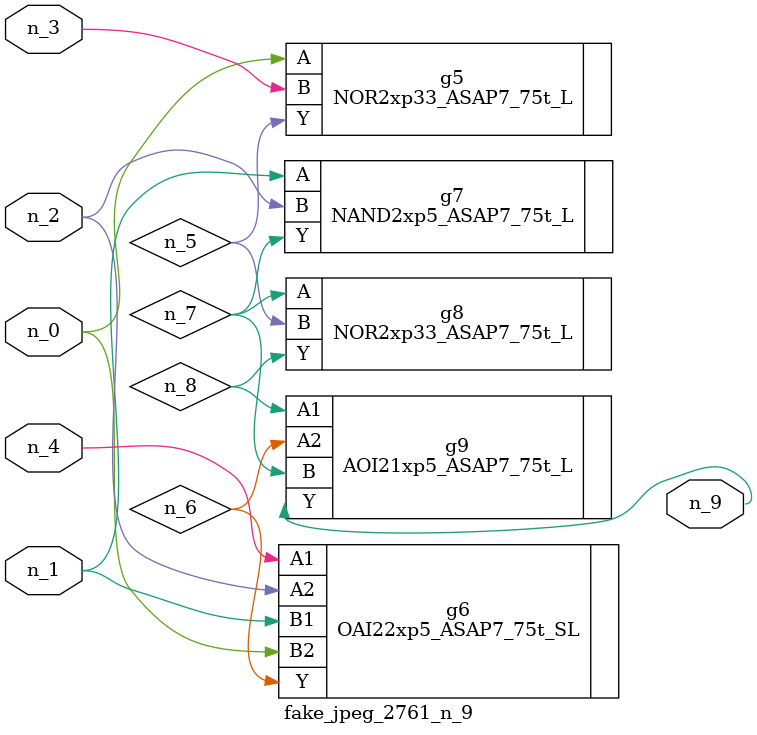
<source format=v>
module fake_jpeg_2761_n_9 (n_3, n_2, n_1, n_0, n_4, n_9);

input n_3;
input n_2;
input n_1;
input n_0;
input n_4;

output n_9;

wire n_8;
wire n_6;
wire n_5;
wire n_7;

NOR2xp33_ASAP7_75t_L g5 ( 
.A(n_0),
.B(n_3),
.Y(n_5)
);

OAI22xp5_ASAP7_75t_SL g6 ( 
.A1(n_4),
.A2(n_2),
.B1(n_1),
.B2(n_0),
.Y(n_6)
);

NAND2xp5_ASAP7_75t_L g7 ( 
.A(n_1),
.B(n_2),
.Y(n_7)
);

NOR2xp33_ASAP7_75t_L g8 ( 
.A(n_7),
.B(n_5),
.Y(n_8)
);

AOI21xp5_ASAP7_75t_L g9 ( 
.A1(n_8),
.A2(n_6),
.B(n_7),
.Y(n_9)
);


endmodule
</source>
